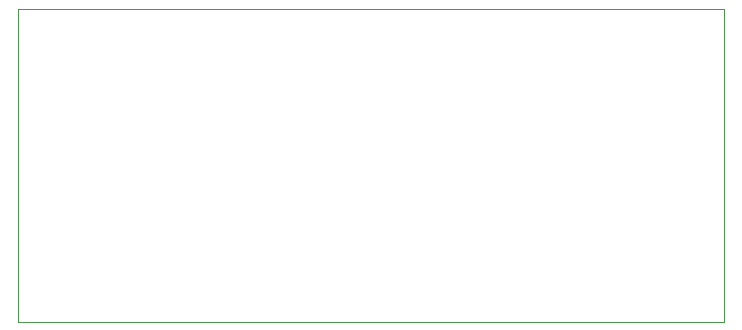
<source format=gbr>
%TF.GenerationSoftware,KiCad,Pcbnew,(5.1.6)-1*%
%TF.CreationDate,2021-12-15T21:29:54+00:00*%
%TF.ProjectId,elegoo_mars_heater,656c6567-6f6f-45f6-9d61-72735f686561,rev?*%
%TF.SameCoordinates,Original*%
%TF.FileFunction,Profile,NP*%
%FSLAX46Y46*%
G04 Gerber Fmt 4.6, Leading zero omitted, Abs format (unit mm)*
G04 Created by KiCad (PCBNEW (5.1.6)-1) date 2021-12-15 21:29:54*
%MOMM*%
%LPD*%
G01*
G04 APERTURE LIST*
%TA.AperFunction,Profile*%
%ADD10C,0.100000*%
%TD*%
G04 APERTURE END LIST*
D10*
X71750000Y-38500000D02*
X12000000Y-38500000D01*
X12000000Y-12000000D02*
X71750000Y-12000000D01*
X12000000Y-38500000D02*
X12000000Y-12000000D01*
X71750000Y-12000000D02*
X71750000Y-38500000D01*
M02*

</source>
